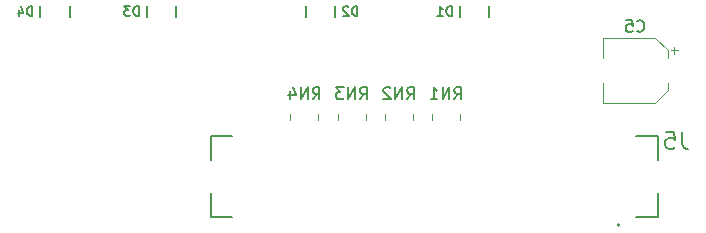
<source format=gbr>
G04 #@! TF.GenerationSoftware,KiCad,Pcbnew,6.0.7-1.fc35*
G04 #@! TF.CreationDate,2022-09-05T19:08:22-05:00*
G04 #@! TF.ProjectId,rpi-adapter,7270692d-6164-4617-9074-65722e6b6963,rev?*
G04 #@! TF.SameCoordinates,Original*
G04 #@! TF.FileFunction,Legend,Bot*
G04 #@! TF.FilePolarity,Positive*
%FSLAX46Y46*%
G04 Gerber Fmt 4.6, Leading zero omitted, Abs format (unit mm)*
G04 Created by KiCad (PCBNEW 6.0.7-1.fc35) date 2022-09-05 19:08:22*
%MOMM*%
%LPD*%
G01*
G04 APERTURE LIST*
%ADD10C,0.150000*%
%ADD11C,0.127000*%
%ADD12C,0.120000*%
%ADD13C,0.200000*%
G04 APERTURE END LIST*
D10*
G04 #@! TO.C,D3*
X97461177Y-79896205D02*
X97461177Y-79108803D01*
X97273701Y-79108803D01*
X97161215Y-79146299D01*
X97086224Y-79221289D01*
X97048729Y-79296280D01*
X97011233Y-79446261D01*
X97011233Y-79558747D01*
X97048729Y-79708729D01*
X97086224Y-79783719D01*
X97161215Y-79858710D01*
X97273701Y-79896205D01*
X97461177Y-79896205D01*
X96748766Y-79108803D02*
X96261327Y-79108803D01*
X96523794Y-79408766D01*
X96411308Y-79408766D01*
X96336317Y-79446261D01*
X96298822Y-79483757D01*
X96261327Y-79558747D01*
X96261327Y-79746224D01*
X96298822Y-79821215D01*
X96336317Y-79858710D01*
X96411308Y-79896205D01*
X96636280Y-79896205D01*
X96711271Y-79858710D01*
X96748766Y-79821215D01*
G04 #@! TO.C,RN3*
X116190476Y-86952380D02*
X116523809Y-86476190D01*
X116761904Y-86952380D02*
X116761904Y-85952380D01*
X116380952Y-85952380D01*
X116285714Y-86000000D01*
X116238095Y-86047619D01*
X116190476Y-86142857D01*
X116190476Y-86285714D01*
X116238095Y-86380952D01*
X116285714Y-86428571D01*
X116380952Y-86476190D01*
X116761904Y-86476190D01*
X115761904Y-86952380D02*
X115761904Y-85952380D01*
X115190476Y-86952380D01*
X115190476Y-85952380D01*
X114809523Y-85952380D02*
X114190476Y-85952380D01*
X114523809Y-86333333D01*
X114380952Y-86333333D01*
X114285714Y-86380952D01*
X114238095Y-86428571D01*
X114190476Y-86523809D01*
X114190476Y-86761904D01*
X114238095Y-86857142D01*
X114285714Y-86904761D01*
X114380952Y-86952380D01*
X114666666Y-86952380D01*
X114761904Y-86904761D01*
X114809523Y-86857142D01*
G04 #@! TO.C,D2*
X115961177Y-79896205D02*
X115961177Y-79108803D01*
X115773701Y-79108803D01*
X115661215Y-79146299D01*
X115586224Y-79221289D01*
X115548729Y-79296280D01*
X115511233Y-79446261D01*
X115511233Y-79558747D01*
X115548729Y-79708729D01*
X115586224Y-79783719D01*
X115661215Y-79858710D01*
X115773701Y-79896205D01*
X115961177Y-79896205D01*
X115211271Y-79183794D02*
X115173775Y-79146299D01*
X115098785Y-79108803D01*
X114911308Y-79108803D01*
X114836317Y-79146299D01*
X114798822Y-79183794D01*
X114761327Y-79258785D01*
X114761327Y-79333775D01*
X114798822Y-79446261D01*
X115248766Y-79896205D01*
X114761327Y-79896205D01*
G04 #@! TO.C,RN4*
X112190476Y-86952380D02*
X112523809Y-86476190D01*
X112761904Y-86952380D02*
X112761904Y-85952380D01*
X112380952Y-85952380D01*
X112285714Y-86000000D01*
X112238095Y-86047619D01*
X112190476Y-86142857D01*
X112190476Y-86285714D01*
X112238095Y-86380952D01*
X112285714Y-86428571D01*
X112380952Y-86476190D01*
X112761904Y-86476190D01*
X111761904Y-86952380D02*
X111761904Y-85952380D01*
X111190476Y-86952380D01*
X111190476Y-85952380D01*
X110285714Y-86285714D02*
X110285714Y-86952380D01*
X110523809Y-85904761D02*
X110761904Y-86619047D01*
X110142857Y-86619047D01*
G04 #@! TO.C,D1*
X123961177Y-79896205D02*
X123961177Y-79108803D01*
X123773701Y-79108803D01*
X123661215Y-79146299D01*
X123586224Y-79221289D01*
X123548729Y-79296280D01*
X123511233Y-79446261D01*
X123511233Y-79558747D01*
X123548729Y-79708729D01*
X123586224Y-79783719D01*
X123661215Y-79858710D01*
X123773701Y-79896205D01*
X123961177Y-79896205D01*
X122761327Y-79896205D02*
X123211271Y-79896205D01*
X122986299Y-79896205D02*
X122986299Y-79108803D01*
X123061289Y-79221289D01*
X123136280Y-79296280D01*
X123211271Y-79333775D01*
G04 #@! TO.C,D4*
X88461177Y-79896205D02*
X88461177Y-79108803D01*
X88273701Y-79108803D01*
X88161215Y-79146299D01*
X88086224Y-79221289D01*
X88048729Y-79296280D01*
X88011233Y-79446261D01*
X88011233Y-79558747D01*
X88048729Y-79708729D01*
X88086224Y-79783719D01*
X88161215Y-79858710D01*
X88273701Y-79896205D01*
X88461177Y-79896205D01*
X87336317Y-79371271D02*
X87336317Y-79896205D01*
X87523794Y-79071308D02*
X87711271Y-79633738D01*
X87223831Y-79633738D01*
G04 #@! TO.C,J5*
X143467152Y-89732535D02*
X143467152Y-90733576D01*
X143533888Y-90933784D01*
X143667360Y-91067256D01*
X143867568Y-91133992D01*
X144001040Y-91133992D01*
X142132431Y-89732535D02*
X142799791Y-89732535D01*
X142866527Y-90399895D01*
X142799791Y-90333159D01*
X142666319Y-90266423D01*
X142332639Y-90266423D01*
X142199167Y-90333159D01*
X142132431Y-90399895D01*
X142065695Y-90533368D01*
X142065695Y-90867048D01*
X142132431Y-91000520D01*
X142199167Y-91067256D01*
X142332639Y-91133992D01*
X142666319Y-91133992D01*
X142799791Y-91067256D01*
X142866527Y-91000520D01*
G04 #@! TO.C,C5*
X139666666Y-81157142D02*
X139714285Y-81204761D01*
X139857142Y-81252380D01*
X139952380Y-81252380D01*
X140095238Y-81204761D01*
X140190476Y-81109523D01*
X140238095Y-81014285D01*
X140285714Y-80823809D01*
X140285714Y-80680952D01*
X140238095Y-80490476D01*
X140190476Y-80395238D01*
X140095238Y-80300000D01*
X139952380Y-80252380D01*
X139857142Y-80252380D01*
X139714285Y-80300000D01*
X139666666Y-80347619D01*
X138761904Y-80252380D02*
X139238095Y-80252380D01*
X139285714Y-80728571D01*
X139238095Y-80680952D01*
X139142857Y-80633333D01*
X138904761Y-80633333D01*
X138809523Y-80680952D01*
X138761904Y-80728571D01*
X138714285Y-80823809D01*
X138714285Y-81061904D01*
X138761904Y-81157142D01*
X138809523Y-81204761D01*
X138904761Y-81252380D01*
X139142857Y-81252380D01*
X139238095Y-81204761D01*
X139285714Y-81157142D01*
G04 #@! TO.C,RN1*
X124190476Y-86952380D02*
X124523809Y-86476190D01*
X124761904Y-86952380D02*
X124761904Y-85952380D01*
X124380952Y-85952380D01*
X124285714Y-86000000D01*
X124238095Y-86047619D01*
X124190476Y-86142857D01*
X124190476Y-86285714D01*
X124238095Y-86380952D01*
X124285714Y-86428571D01*
X124380952Y-86476190D01*
X124761904Y-86476190D01*
X123761904Y-86952380D02*
X123761904Y-85952380D01*
X123190476Y-86952380D01*
X123190476Y-85952380D01*
X122190476Y-86952380D02*
X122761904Y-86952380D01*
X122476190Y-86952380D02*
X122476190Y-85952380D01*
X122571428Y-86095238D01*
X122666666Y-86190476D01*
X122761904Y-86238095D01*
G04 #@! TO.C,RN2*
X120190476Y-86952380D02*
X120523809Y-86476190D01*
X120761904Y-86952380D02*
X120761904Y-85952380D01*
X120380952Y-85952380D01*
X120285714Y-86000000D01*
X120238095Y-86047619D01*
X120190476Y-86142857D01*
X120190476Y-86285714D01*
X120238095Y-86380952D01*
X120285714Y-86428571D01*
X120380952Y-86476190D01*
X120761904Y-86476190D01*
X119761904Y-86952380D02*
X119761904Y-85952380D01*
X119190476Y-86952380D01*
X119190476Y-85952380D01*
X118761904Y-86047619D02*
X118714285Y-86000000D01*
X118619047Y-85952380D01*
X118380952Y-85952380D01*
X118285714Y-86000000D01*
X118238095Y-86047619D01*
X118190476Y-86142857D01*
X118190476Y-86238095D01*
X118238095Y-86380952D01*
X118809523Y-86952380D01*
X118190476Y-86952380D01*
D11*
G04 #@! TO.C,D3*
X98130000Y-79040000D02*
X98130000Y-80040000D01*
X100630000Y-80040000D02*
X100630000Y-79040000D01*
D12*
G04 #@! TO.C,RN3*
X114320000Y-88750000D02*
X114320000Y-88250000D01*
X116680000Y-88750000D02*
X116680000Y-88250000D01*
D11*
G04 #@! TO.C,D2*
X114130000Y-80040000D02*
X114130000Y-79040000D01*
X111630000Y-79040000D02*
X111630000Y-80040000D01*
D12*
G04 #@! TO.C,RN4*
X112680000Y-88750000D02*
X112680000Y-88250000D01*
X110320000Y-88750000D02*
X110320000Y-88250000D01*
D11*
G04 #@! TO.C,D1*
X127130000Y-80040000D02*
X127130000Y-79040000D01*
X124630000Y-79040000D02*
X124630000Y-80040000D01*
G04 #@! TO.C,D4*
X91630000Y-80040000D02*
X91630000Y-79040000D01*
X89130000Y-79040000D02*
X89130000Y-80040000D01*
G04 #@! TO.C,J5*
X141400000Y-96900000D02*
X139600000Y-96900000D01*
X103600000Y-96900000D02*
X105400000Y-96900000D01*
X141400000Y-96900000D02*
X141400000Y-94900000D01*
X103600000Y-90100000D02*
X105400000Y-90100000D01*
X141400000Y-90100000D02*
X139600000Y-90100000D01*
X141400000Y-92100000D02*
X141400000Y-90100000D01*
X103600000Y-96900000D02*
X103600000Y-94900000D01*
X103600000Y-92100000D02*
X103600000Y-90100000D01*
D13*
X138207000Y-97615000D02*
G75*
G03*
X138207000Y-97615000I-100000J0D01*
G01*
D12*
G04 #@! TO.C,C5*
X136740000Y-81740000D02*
X136740000Y-83440000D01*
X142260000Y-82804437D02*
X142260000Y-83440000D01*
X143125000Y-82815000D02*
X142500000Y-82815000D01*
X141195563Y-87260000D02*
X136740000Y-87260000D01*
X142260000Y-86195563D02*
X142260000Y-85560000D01*
X136740000Y-87260000D02*
X136740000Y-85560000D01*
X142260000Y-86195563D02*
X141195563Y-87260000D01*
X142260000Y-82804437D02*
X141195563Y-81740000D01*
X142812500Y-82502500D02*
X142812500Y-83127500D01*
X141195563Y-81740000D02*
X136740000Y-81740000D01*
G04 #@! TO.C,RN1*
X124680000Y-88750000D02*
X124680000Y-88250000D01*
X122320000Y-88750000D02*
X122320000Y-88250000D01*
G04 #@! TO.C,RN2*
X118320000Y-88750000D02*
X118320000Y-88250000D01*
X120680000Y-88750000D02*
X120680000Y-88250000D01*
G04 #@! TD*
M02*

</source>
